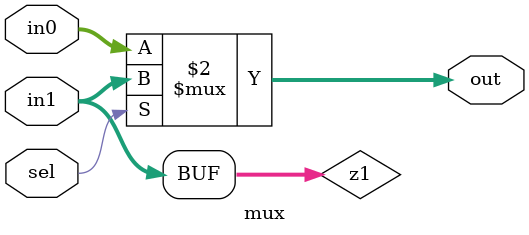
<source format=v>
module mux (in0,in1,sel,out);
parameter ADD_SIZE = 10 ;
input [ADD_SIZE-1:0] in0 ,in1;
input sel ;
output [ADD_SIZE-1:0] out ;

assign out =(sel==1)?in1 : in0 ;
wire [ADD_SIZE-1:0] z1 ;
assign z1 = in1 ;
endmodule

</source>
